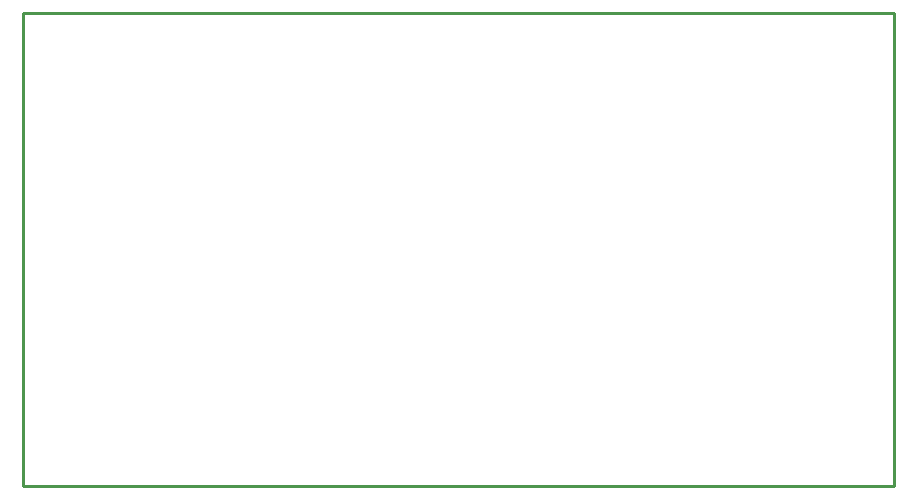
<source format=gko>
G04 EAGLE Gerber RS-274X export*
G75*
%MOMM*%
%FSLAX34Y34*%
%LPD*%
%IN*%
%IPPOS*%
%AMOC8*
5,1,8,0,0,1.08239X$1,22.5*%
G01*
%ADD10C,0.254000*%


D10*
X0Y0D02*
X737500Y0D01*
X737500Y400000D01*
X0Y400000D01*
X0Y0D01*
M02*

</source>
